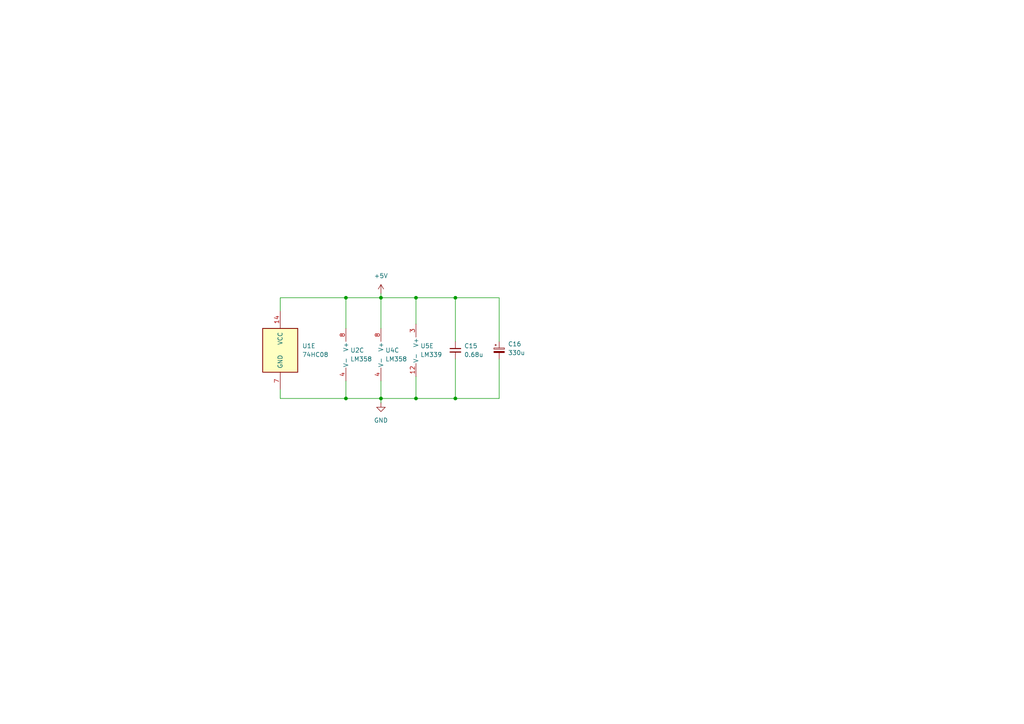
<source format=kicad_sch>
(kicad_sch (version 20211123) (generator eeschema)
  (paper "A4")
  (lib_symbols
    (symbol "Amplifier_Operational:LM358" (pin_names (offset 0.127))
      (property "Reference" "U" (at 0 5.08 0))
      (property "Value" "LM358" (at 0 -5.08 0))
      (symbol "LM358_1_1"
        (polyline (pts (xy -5.08 5.08) (xy 5.08 0) (xy -5.08 -5.08) (xy -5.08 5.08)) (stroke (width 0.254)) (fill (type background)))
        (pin output line (at 7.62 0 180) (length 2.54) (name "~") (number "1"))
        (pin input line (at -7.62 -2.54 0) (length 2.54) (name "-") (number "2"))
        (pin input line (at -7.62 2.54 0) (length 2.54) (name "+") (number "3"))
      )
      (symbol "LM358_2_1"
        (polyline (pts (xy -5.08 5.08) (xy 5.08 0) (xy -5.08 -5.08) (xy -5.08 5.08)) (stroke (width 0.254)) (fill (type background)))
        (pin input line (at -7.62 2.54 0) (length 2.54) (name "+") (number "5"))
        (pin input line (at -7.62 -2.54 0) (length 2.54) (name "-") (number "6"))
        (pin output line (at 7.62 0 180) (length 2.54) (name "~") (number "7"))
      )
      (symbol "LM358_3_1"
        (pin power_in line (at -2.54 -7.62 90) (length 3.81) (name "V-") (number "4"))
        (pin power_in line (at -2.54 7.62 270) (length 3.81) (name "V+") (number "8"))
      )
    )
    (symbol "Comparator:LM339" (pin_names (offset 0.127))
      (property "Reference" "U" (at 0 5.08 0))
      (property "Value" "LM339" (at 0 -5.08 0))
      (symbol "LM339_1_1"
        (polyline (pts (xy -5.08 5.08) (xy 5.08 0) (xy -5.08 -5.08) (xy -5.08 5.08)) (stroke (width 0.254)) (fill (type background)))
        (polyline (pts (xy 3.302 -0.508) (xy 2.794 -0.508) (xy 3.302 0) (xy 2.794 0.508) (xy 2.286 0) (xy 2.794 -0.508) (xy 2.286 -0.508)) (stroke (width 0.127)))
        (pin open_collector line (at 7.62 0 180) (length 2.54) (name "~") (number "2"))
        (pin input line (at -7.62 -2.54 0) (length 2.54) (name "-") (number "4"))
        (pin input line (at -7.62 2.54 0) (length 2.54) (name "+") (number "5"))
      )
      (symbol "LM339_2_1"
        (polyline (pts (xy -5.08 5.08) (xy 5.08 0) (xy -5.08 -5.08) (xy -5.08 5.08)) (stroke (width 0.254)) (fill (type background)))
        (polyline (pts (xy 3.302 -0.508) (xy 2.794 -0.508) (xy 3.302 0) (xy 2.794 0.508) (xy 2.286 0) (xy 2.794 -0.508) (xy 2.286 -0.508)) (stroke (width 0.127)))
        (pin open_collector line (at 7.62 0 180) (length 2.54) (name "~") (number "1"))
        (pin input line (at -7.62 -2.54 0) (length 2.54) (name "-") (number "6"))
        (pin input line (at -7.62 2.54 0) (length 2.54) (name "+") (number "7"))
      )
      (symbol "LM339_3_1"
        (polyline (pts (xy -5.08 5.08) (xy 5.08 0) (xy -5.08 -5.08) (xy -5.08 5.08)) (stroke (width 0.254)) (fill (type background)))
        (polyline (pts (xy 3.302 -0.508) (xy 2.794 -0.508) (xy 3.302 0) (xy 2.794 0.508) (xy 2.286 0) (xy 2.794 -0.508) (xy 2.286 -0.508)) (stroke (width 0.127)))
        (pin input line (at -7.62 -2.54 0) (length 2.54) (name "-") (number "10"))
        (pin input line (at -7.62 2.54 0) (length 2.54) (name "+") (number "11"))
        (pin open_collector line (at 7.62 0 180) (length 2.54) (name "~") (number "13"))
      )
      (symbol "LM339_4_1"
        (polyline (pts (xy -5.08 5.08) (xy 5.08 0) (xy -5.08 -5.08) (xy -5.08 5.08)) (stroke (width 0.254)) (fill (type background)))
        (polyline (pts (xy 3.302 -0.508) (xy 2.794 -0.508) (xy 3.302 0) (xy 2.794 0.508) (xy 2.286 0) (xy 2.794 -0.508) (xy 2.286 -0.508)) (stroke (width 0.127)))
        (pin open_collector line (at 7.62 0 180) (length 2.54) (name "~") (number "14"))
        (pin input line (at -7.62 -2.54 0) (length 2.54) (name "-") (number "8"))
        (pin input line (at -7.62 2.54 0) (length 2.54) (name "+") (number "9"))
      )
      (symbol "LM339_5_1"
        (pin power_in line (at -2.54 -7.62 90) (length 3.81) (name "V-") (number "12"))
        (pin power_in line (at -2.54 7.62 270) (length 3.81) (name "V+") (number "3"))
      )
    )
    (symbol "Device:C_Polarized_Small" (pin_numbers hide) (pin_names (offset 0.254) hide)
      (property "Reference" "C" (at 0.254 1.778 0))
      (property "Value" "C_Polarized_Small" (at 0.254 -2.032 0))
      (symbol "C_Polarized_Small_0_1"
        (rectangle (start -1.524 -0.3048) (end 1.524 -0.6858) (fill (type outline)))
        (rectangle (start -1.524 0.6858) (end 1.524 0.3048))
        (polyline (pts (xy -1.27 1.524) (xy -0.762 1.524)))
        (polyline (pts (xy -1.016 1.27) (xy -1.016 1.778)))
      )
      (symbol "C_Polarized_Small_1_1"
        (pin passive line (at 0 2.54 270) (length 1.8542) (name "~") (number "1"))
        (pin passive line (at 0 -2.54 90) (length 1.8542) (name "~") (number "2"))
      )
    )
    (symbol "Device:C_Small" (pin_numbers hide) (pin_names (offset 0.254) hide)
      (property "Reference" "C" (at 0.254 1.778 0))
      (property "Value" "C_Small" (at 0.254 -2.032 0))
      (symbol "C_Small_0_1"
        (polyline (pts (xy -1.524 -0.508) (xy 1.524 -0.508)) (stroke (width 0.3302)))
        (polyline (pts (xy -1.524 0.508) (xy 1.524 0.508)) (stroke (width 0.3048)))
      )
      (symbol "C_Small_1_1"
        (pin passive line (at 0 2.54 270) (length 2.032) (name "~") (number "1"))
        (pin passive line (at 0 -2.54 90) (length 2.032) (name "~") (number "2"))
      )
    )
    (symbol "custom_elements:74HC08" (pin_names (offset 1.016))
      (property "Reference" "U" (at 1.27 7.62 0))
      (property "Value" "74HC08" (at 0 0 0))
      (symbol "74HC08_1_1"
        (arc (start 0 -3.81) (mid 3.81 0) (end 0 3.81) (stroke (width 0.254)) (fill (type background)))
        (polyline (pts (xy 0 3.81) (xy -3.81 3.81) (xy -3.81 -3.81) (xy 0 -3.81)) (stroke (width 0.254)) (fill (type background)))
        (pin input line (at -7.62 2.54 0) (length 3.81) (name "~") (number "1"))
        (pin input line (at -7.62 -2.54 0) (length 3.81) (name "~") (number "2"))
        (pin output line (at 7.62 0 180) (length 3.81) (name "~") (number "3"))
      )
      (symbol "74HC08_1_2"
        (arc (start -3.81 -3.81) (mid -2.589 0) (end -3.81 3.81) (stroke (width 0.254)))
        (arc (start -0.6096 -3.81) (mid 2.1855 -2.584) (end 3.81 0) (stroke (width 0.254)) (fill (type background)))
        (polyline (pts (xy -3.81 -3.81) (xy -0.635 -3.81)) (stroke (width 0.254)) (fill (type background)))
        (polyline (pts (xy -3.81 3.81) (xy -0.635 3.81)) (stroke (width 0.254)) (fill (type background)))
        (polyline (pts (xy -0.635 3.81) (xy -3.81 3.81) (xy -3.81 3.81) (xy -3.556 3.4036) (xy -3.0226 2.2606) (xy -2.6924 1.0414) (xy -2.6162 -0.254) (xy -2.7686 -1.4986) (xy -3.175 -2.7178) (xy -3.81 -3.81) (xy -3.81 -3.81) (xy -0.635 -3.81)) (stroke (width -25.4)) (fill (type background)))
        (arc (start 3.81 0) (mid 2.1928 2.5925) (end -0.6096 3.81) (stroke (width 0.254)) (fill (type background)))
        (pin input inverted (at -7.62 2.54 0) (length 4.318) (name "~") (number "1"))
        (pin input inverted (at -7.62 -2.54 0) (length 4.318) (name "~") (number "2"))
        (pin output line (at 7.62 0 180) (length 3.81) (name "~") (number "3"))
      )
      (symbol "74HC08_2_1"
        (arc (start 0 -3.81) (mid 3.81 0) (end 0 3.81) (stroke (width 0.254)) (fill (type background)))
        (polyline (pts (xy 0 3.81) (xy -3.81 3.81) (xy -3.81 -3.81) (xy 0 -3.81)) (stroke (width 0.254)) (fill (type background)))
        (pin input line (at -7.62 2.54 0) (length 3.81) (name "~") (number "4"))
        (pin input line (at -7.62 -2.54 0) (length 3.81) (name "~") (number "5"))
        (pin output line (at 7.62 0 180) (length 3.81) (name "~") (number "6"))
      )
      (symbol "74HC08_2_2"
        (arc (start -3.81 -3.81) (mid -2.589 0) (end -3.81 3.81) (stroke (width 0.254)))
        (arc (start -0.6096 -3.81) (mid 2.1855 -2.584) (end 3.81 0) (stroke (width 0.254)) (fill (type background)))
        (polyline (pts (xy -3.81 -3.81) (xy -0.635 -3.81)) (stroke (width 0.254)) (fill (type background)))
        (polyline (pts (xy -3.81 3.81) (xy -0.635 3.81)) (stroke (width 0.254)) (fill (type background)))
        (polyline (pts (xy -0.635 3.81) (xy -3.81 3.81) (xy -3.81 3.81) (xy -3.556 3.4036) (xy -3.0226 2.2606) (xy -2.6924 1.0414) (xy -2.6162 -0.254) (xy -2.7686 -1.4986) (xy -3.175 -2.7178) (xy -3.81 -3.81) (xy -3.81 -3.81) (xy -0.635 -3.81)) (stroke (width -25.4)) (fill (type background)))
        (arc (start 3.81 0) (mid 2.1928 2.5925) (end -0.6096 3.81) (stroke (width 0.254)) (fill (type background)))
        (pin input inverted (at -7.62 2.54 0) (length 4.318) (name "~") (number "4"))
        (pin input inverted (at -7.62 -2.54 0) (length 4.318) (name "~") (number "5"))
        (pin output line (at 7.62 0 180) (length 3.81) (name "~") (number "6"))
      )
      (symbol "74HC08_3_1"
        (arc (start 0 -3.81) (mid 3.81 0) (end 0 3.81) (stroke (width 0.254)) (fill (type background)))
        (polyline (pts (xy 0 3.81) (xy -3.81 3.81) (xy -3.81 -3.81) (xy 0 -3.81)) (stroke (width 0.254)) (fill (type background)))
        (pin input line (at -7.62 -2.54 0) (length 3.81) (name "~") (number "10"))
        (pin output line (at 7.62 0 180) (length 3.81) (name "~") (number "8"))
        (pin input line (at -7.62 2.54 0) (length 3.81) (name "~") (number "9"))
      )
      (symbol "74HC08_3_2"
        (arc (start -3.81 -3.81) (mid -2.589 0) (end -3.81 3.81) (stroke (width 0.254)))
        (arc (start -0.6096 -3.81) (mid 2.1855 -2.584) (end 3.81 0) (stroke (width 0.254)) (fill (type background)))
        (polyline (pts (xy -3.81 -3.81) (xy -0.635 -3.81)) (stroke (width 0.254)) (fill (type background)))
        (polyline (pts (xy -3.81 3.81) (xy -0.635 3.81)) (stroke (width 0.254)) (fill (type background)))
        (polyline (pts (xy -0.635 3.81) (xy -3.81 3.81) (xy -3.81 3.81) (xy -3.556 3.4036) (xy -3.0226 2.2606) (xy -2.6924 1.0414) (xy -2.6162 -0.254) (xy -2.7686 -1.4986) (xy -3.175 -2.7178) (xy -3.81 -3.81) (xy -3.81 -3.81) (xy -0.635 -3.81)) (stroke (width -25.4)) (fill (type background)))
        (arc (start 3.81 0) (mid 2.1928 2.5925) (end -0.6096 3.81) (stroke (width 0.254)) (fill (type background)))
        (pin input inverted (at -7.62 -2.54 0) (length 4.318) (name "~") (number "10"))
        (pin output line (at 7.62 0 180) (length 3.81) (name "~") (number "8"))
        (pin input inverted (at -7.62 2.54 0) (length 4.318) (name "~") (number "9"))
      )
      (symbol "74HC08_4_1"
        (arc (start 0 -3.81) (mid 3.81 0) (end 0 3.81) (stroke (width 0.254)) (fill (type background)))
        (polyline (pts (xy 0 3.81) (xy -3.81 3.81) (xy -3.81 -3.81) (xy 0 -3.81)) (stroke (width 0.254)) (fill (type background)))
        (pin output line (at 7.62 0 180) (length 3.81) (name "~") (number "11"))
        (pin input line (at -7.62 2.54 0) (length 3.81) (name "~") (number "12"))
        (pin input line (at -7.62 -2.54 0) (length 3.81) (name "~") (number "13"))
      )
      (symbol "74HC08_4_2"
        (arc (start -3.81 -3.81) (mid -2.589 0) (end -3.81 3.81) (stroke (width 0.254)))
        (arc (start -0.6096 -3.81) (mid 2.1855 -2.584) (end 3.81 0) (stroke (width 0.254)) (fill (type background)))
        (polyline (pts (xy -3.81 -3.81) (xy -0.635 -3.81)) (stroke (width 0.254)) (fill (type background)))
        (polyline (pts (xy -3.81 3.81) (xy -0.635 3.81)) (stroke (width 0.254)) (fill (type background)))
        (polyline (pts (xy -0.635 3.81) (xy -3.81 3.81) (xy -3.81 3.81) (xy -3.556 3.4036) (xy -3.0226 2.2606) (xy -2.6924 1.0414) (xy -2.6162 -0.254) (xy -2.7686 -1.4986) (xy -3.175 -2.7178) (xy -3.81 -3.81) (xy -3.81 -3.81) (xy -0.635 -3.81)) (stroke (width -25.4)) (fill (type background)))
        (arc (start 3.81 0) (mid 2.1928 2.5925) (end -0.6096 3.81) (stroke (width 0.254)) (fill (type background)))
        (pin output line (at 7.62 0 180) (length 3.81) (name "~") (number "11"))
        (pin input inverted (at -7.62 2.54 0) (length 4.318) (name "~") (number "12"))
        (pin input inverted (at -7.62 -2.54 0) (length 4.318) (name "~") (number "13"))
      )
      (symbol "74HC08_5_0"
        (pin power_in line (at 0 11.43 270) (length 5.08) (name "VCC") (number "14"))
        (pin power_in line (at 0 -11.43 90) (length 5.08) (name "GND") (number "7"))
      )
      (symbol "74HC08_5_1"
        (rectangle (start -5.08 6.35) (end 5.08 -6.35) (stroke (width 0.254)) (fill (type background)))
      )
    )
    (symbol "power:+5V" (power) (pin_names (offset 0))
      (property "Value" "+5V" (at 0 3.556 0))
      (symbol "+5V_0_1"
        (polyline (pts (xy -0.762 1.27) (xy 0 2.54)))
        (polyline (pts (xy 0 0) (xy 0 2.54)))
        (polyline (pts (xy 0 2.54) (xy 0.762 1.27)))
      )
      (symbol "+5V_1_1"
        (pin power_in line (at 0 0 90) (length 0) hide (name "+5V") (number "1"))
      )
    )
    (symbol "power:GND" (power) (pin_names (offset 0))
      (property "Value" "GND" (at 0 -3.81 0))
      (symbol "GND_0_1"
        (polyline (pts (xy 0 0) (xy 0 -1.27) (xy 1.27 -1.27) (xy 0 -2.54) (xy -1.27 -1.27) (xy 0 -1.27)))
      )
      (symbol "GND_1_1"
        (pin power_in line (at 0 0 270) (length 0) hide (name "GND") (number "1"))
      )
    )
  )
  (junction (at 120.65 86.36))
  (junction (at 100.33 86.36))
  (junction (at 120.65 115.57))
  (junction (at 100.33 115.57))
  (junction (at 110.49 86.36))
  (junction (at 132.08 115.57))
  (junction (at 132.08 86.36))
  (junction (at 110.49 115.57))
  (wire (pts (xy 144.78 115.57) (xy 132.08 115.57)))
  (wire (pts (xy 132.08 99.06) (xy 132.08 86.36)))
  (wire (pts (xy 100.33 115.57) (xy 110.49 115.57)))
  (wire (pts (xy 120.65 109.22) (xy 120.65 115.57)))
  (wire (pts (xy 144.78 99.06) (xy 144.78 86.36)))
  (wire (pts (xy 81.28 113.03) (xy 81.28 115.57)))
  (wire (pts (xy 81.28 86.36) (xy 100.33 86.36)))
  (wire (pts (xy 100.33 110.49) (xy 100.33 115.57)))
  (wire (pts (xy 81.28 90.17) (xy 81.28 86.36)))
  (wire (pts (xy 110.49 110.49) (xy 110.49 115.57)))
  (wire (pts (xy 132.08 86.36) (xy 120.65 86.36)))
  (wire (pts (xy 132.08 104.14) (xy 132.08 115.57)))
  (wire (pts (xy 110.49 86.36) (xy 110.49 95.25)))
  (wire (pts (xy 144.78 86.36) (xy 132.08 86.36)))
  (wire (pts (xy 110.49 86.36) (xy 120.65 86.36)))
  (wire (pts (xy 110.49 85.09) (xy 110.49 86.36)))
  (wire (pts (xy 144.78 104.14) (xy 144.78 115.57)))
  (wire (pts (xy 100.33 95.25) (xy 100.33 86.36)))
  (wire (pts (xy 120.65 93.98) (xy 120.65 86.36)))
  (wire (pts (xy 132.08 115.57) (xy 120.65 115.57)))
  (wire (pts (xy 81.28 115.57) (xy 100.33 115.57)))
  (wire (pts (xy 110.49 115.57) (xy 110.49 116.84)))
  (wire (pts (xy 110.49 115.57) (xy 120.65 115.57)))
  (wire (pts (xy 100.33 86.36) (xy 110.49 86.36)))
  (symbol (lib_id "Amplifier_Operational:LM358") (at 102.87 102.87 0) (unit 3)
    (property "Reference" "U2" (at 101.6 101.5999 0) (effects (justify left)))
    (property "Value" "LM358" (at 101.6 104.1399 0) (effects (justify left)))
    (property "Footprint" "Package_SO:SO-8_3.9x4.9mm_P1.27mm" (effects hide))
    (property "Datasheet" "http://www.ti.com/lit/ds/symlink/lm2904-n.pdf" (effects hide))
  )
  (symbol (lib_id "Device:C_Polarized_Small") (at 144.78 101.6 0) (unit 1)
    (property "Reference" "C16" (at 147.32 99.7838 0) (effects (justify left)))
    (property "Value" "330u" (at 147.32 102.3238 0) (effects (justify left)))
    (property "Footprint" "Capacitor_SMD:CP_Elec_8x10.5" (effects hide))
  )
  (symbol (lib_id "power:+5V") (at 110.49 85.09 0) (unit 1)
    (property "Reference" "#PWR020" (effects hide))
    (property "Value" "+5V" (at 110.49 80.01 0))
  )
  (symbol (lib_id "custom_elements:74HC08") (at 81.28 101.6 0) (unit 5)
    (property "Reference" "U1" (at 87.63 100.3299 0) (effects (justify left)))
    (property "Value" "74HC08" (at 87.63 102.8699 0) (effects (justify left)))
    (property "Footprint" "Package_SO:SO-14_3.9x8.65mm_P1.27mm" (effects hide))
    (property "Datasheet" "http://www.ti.com/lit/gpn/sn74hc00" (effects hide))
  )
  (symbol (lib_id "Comparator:LM339") (at 123.19 101.6 0) (unit 5)
    (property "Reference" "U5" (at 121.92 100.3299 0) (effects (justify left)))
    (property "Value" "LM339" (at 121.92 102.8699 0) (effects (justify left)))
    (property "Footprint" "Package_SO:SO-14_3.9x8.65mm_P1.27mm" (effects hide))
    (property "Datasheet" "https://www.st.com/resource/en/datasheet/lm139.pdf" (effects hide))
  )
  (symbol (lib_id "Device:C_Small") (at 132.08 101.6 0) (unit 1)
    (property "Reference" "C15" (at 134.62 100.3362 0) (effects (justify left)))
    (property "Value" "0.68u" (at 134.62 102.8762 0) (effects (justify left)))
    (property "Footprint" "Capacitor_SMD:C_0603_1608Metric" (effects hide))
  )
  (symbol (lib_id "Amplifier_Operational:LM358") (at 113.03 102.87 0) (unit 3)
    (property "Reference" "U4" (at 111.76 101.5999 0) (effects (justify left)))
    (property "Value" "LM358" (at 111.76 104.1399 0) (effects (justify left)))
    (property "Footprint" "Package_SO:SO-8_3.9x4.9mm_P1.27mm" (effects hide))
    (property "Datasheet" "http://www.ti.com/lit/ds/symlink/lm2904-n.pdf" (effects hide))
  )
  (symbol (lib_id "power:GND") (at 110.49 116.84 0) (unit 1)
    (property "Reference" "#PWR021" (effects hide))
    (property "Value" "GND" (at 110.49 121.92 0))
  )
)
</source>
